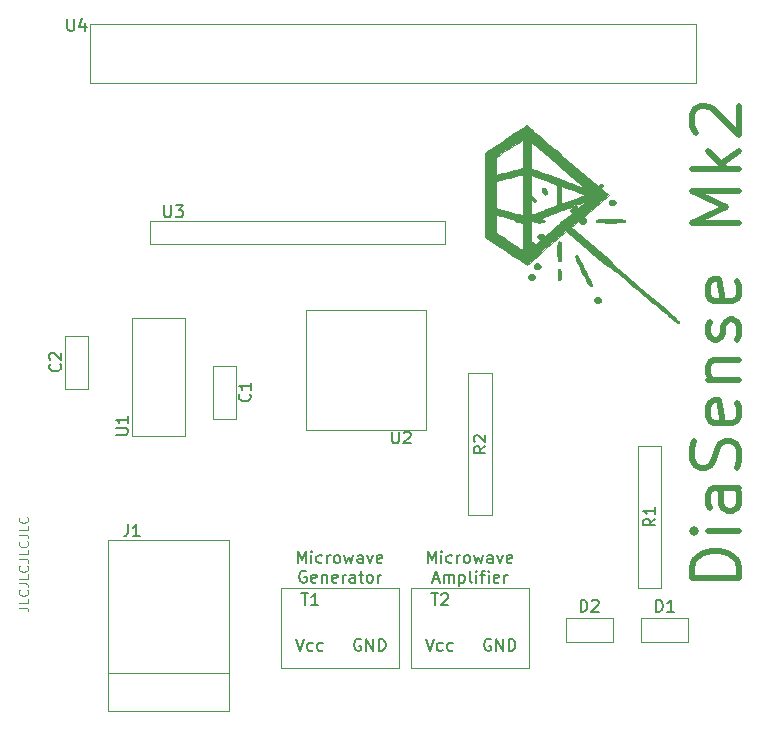
<source format=gbr>
%TF.GenerationSoftware,KiCad,Pcbnew,(5.1.6)-1*%
%TF.CreationDate,2020-10-24T11:46:20+02:00*%
%TF.ProjectId,DiaSense,44696153-656e-4736-952e-6b696361645f,rev?*%
%TF.SameCoordinates,Original*%
%TF.FileFunction,Legend,Top*%
%TF.FilePolarity,Positive*%
%FSLAX46Y46*%
G04 Gerber Fmt 4.6, Leading zero omitted, Abs format (unit mm)*
G04 Created by KiCad (PCBNEW (5.1.6)-1) date 2020-10-24 11:46:20*
%MOMM*%
%LPD*%
G01*
G04 APERTURE LIST*
%ADD10C,0.150000*%
%ADD11C,0.100000*%
%ADD12C,0.500000*%
%ADD13C,0.120000*%
%ADD14C,0.010000*%
G04 APERTURE END LIST*
D10*
X135452380Y-90627380D02*
X135452380Y-89627380D01*
X135785714Y-90341666D01*
X136119047Y-89627380D01*
X136119047Y-90627380D01*
X136595238Y-90627380D02*
X136595238Y-89960714D01*
X136595238Y-89627380D02*
X136547619Y-89675000D01*
X136595238Y-89722619D01*
X136642857Y-89675000D01*
X136595238Y-89627380D01*
X136595238Y-89722619D01*
X137500000Y-90579761D02*
X137404761Y-90627380D01*
X137214285Y-90627380D01*
X137119047Y-90579761D01*
X137071428Y-90532142D01*
X137023809Y-90436904D01*
X137023809Y-90151190D01*
X137071428Y-90055952D01*
X137119047Y-90008333D01*
X137214285Y-89960714D01*
X137404761Y-89960714D01*
X137500000Y-90008333D01*
X137928571Y-90627380D02*
X137928571Y-89960714D01*
X137928571Y-90151190D02*
X137976190Y-90055952D01*
X138023809Y-90008333D01*
X138119047Y-89960714D01*
X138214285Y-89960714D01*
X138690476Y-90627380D02*
X138595238Y-90579761D01*
X138547619Y-90532142D01*
X138500000Y-90436904D01*
X138500000Y-90151190D01*
X138547619Y-90055952D01*
X138595238Y-90008333D01*
X138690476Y-89960714D01*
X138833333Y-89960714D01*
X138928571Y-90008333D01*
X138976190Y-90055952D01*
X139023809Y-90151190D01*
X139023809Y-90436904D01*
X138976190Y-90532142D01*
X138928571Y-90579761D01*
X138833333Y-90627380D01*
X138690476Y-90627380D01*
X139357142Y-89960714D02*
X139547619Y-90627380D01*
X139738095Y-90151190D01*
X139928571Y-90627380D01*
X140119047Y-89960714D01*
X140928571Y-90627380D02*
X140928571Y-90103571D01*
X140880952Y-90008333D01*
X140785714Y-89960714D01*
X140595238Y-89960714D01*
X140500000Y-90008333D01*
X140928571Y-90579761D02*
X140833333Y-90627380D01*
X140595238Y-90627380D01*
X140500000Y-90579761D01*
X140452380Y-90484523D01*
X140452380Y-90389285D01*
X140500000Y-90294047D01*
X140595238Y-90246428D01*
X140833333Y-90246428D01*
X140928571Y-90198809D01*
X141309523Y-89960714D02*
X141547619Y-90627380D01*
X141785714Y-89960714D01*
X142547619Y-90579761D02*
X142452380Y-90627380D01*
X142261904Y-90627380D01*
X142166666Y-90579761D01*
X142119047Y-90484523D01*
X142119047Y-90103571D01*
X142166666Y-90008333D01*
X142261904Y-89960714D01*
X142452380Y-89960714D01*
X142547619Y-90008333D01*
X142595238Y-90103571D01*
X142595238Y-90198809D01*
X142119047Y-90294047D01*
X135880952Y-91991666D02*
X136357142Y-91991666D01*
X135785714Y-92277380D02*
X136119047Y-91277380D01*
X136452380Y-92277380D01*
X136785714Y-92277380D02*
X136785714Y-91610714D01*
X136785714Y-91705952D02*
X136833333Y-91658333D01*
X136928571Y-91610714D01*
X137071428Y-91610714D01*
X137166666Y-91658333D01*
X137214285Y-91753571D01*
X137214285Y-92277380D01*
X137214285Y-91753571D02*
X137261904Y-91658333D01*
X137357142Y-91610714D01*
X137500000Y-91610714D01*
X137595238Y-91658333D01*
X137642857Y-91753571D01*
X137642857Y-92277380D01*
X138119047Y-91610714D02*
X138119047Y-92610714D01*
X138119047Y-91658333D02*
X138214285Y-91610714D01*
X138404761Y-91610714D01*
X138500000Y-91658333D01*
X138547619Y-91705952D01*
X138595238Y-91801190D01*
X138595238Y-92086904D01*
X138547619Y-92182142D01*
X138500000Y-92229761D01*
X138404761Y-92277380D01*
X138214285Y-92277380D01*
X138119047Y-92229761D01*
X139166666Y-92277380D02*
X139071428Y-92229761D01*
X139023809Y-92134523D01*
X139023809Y-91277380D01*
X139547619Y-92277380D02*
X139547619Y-91610714D01*
X139547619Y-91277380D02*
X139500000Y-91325000D01*
X139547619Y-91372619D01*
X139595238Y-91325000D01*
X139547619Y-91277380D01*
X139547619Y-91372619D01*
X139880952Y-91610714D02*
X140261904Y-91610714D01*
X140023809Y-92277380D02*
X140023809Y-91420238D01*
X140071428Y-91325000D01*
X140166666Y-91277380D01*
X140261904Y-91277380D01*
X140595238Y-92277380D02*
X140595238Y-91610714D01*
X140595238Y-91277380D02*
X140547619Y-91325000D01*
X140595238Y-91372619D01*
X140642857Y-91325000D01*
X140595238Y-91277380D01*
X140595238Y-91372619D01*
X141452380Y-92229761D02*
X141357142Y-92277380D01*
X141166666Y-92277380D01*
X141071428Y-92229761D01*
X141023809Y-92134523D01*
X141023809Y-91753571D01*
X141071428Y-91658333D01*
X141166666Y-91610714D01*
X141357142Y-91610714D01*
X141452380Y-91658333D01*
X141500000Y-91753571D01*
X141500000Y-91848809D01*
X141023809Y-91944047D01*
X141928571Y-92277380D02*
X141928571Y-91610714D01*
X141928571Y-91801190D02*
X141976190Y-91705952D01*
X142023809Y-91658333D01*
X142119047Y-91610714D01*
X142214285Y-91610714D01*
X124452380Y-90627380D02*
X124452380Y-89627380D01*
X124785714Y-90341666D01*
X125119047Y-89627380D01*
X125119047Y-90627380D01*
X125595238Y-90627380D02*
X125595238Y-89960714D01*
X125595238Y-89627380D02*
X125547619Y-89675000D01*
X125595238Y-89722619D01*
X125642857Y-89675000D01*
X125595238Y-89627380D01*
X125595238Y-89722619D01*
X126500000Y-90579761D02*
X126404761Y-90627380D01*
X126214285Y-90627380D01*
X126119047Y-90579761D01*
X126071428Y-90532142D01*
X126023809Y-90436904D01*
X126023809Y-90151190D01*
X126071428Y-90055952D01*
X126119047Y-90008333D01*
X126214285Y-89960714D01*
X126404761Y-89960714D01*
X126500000Y-90008333D01*
X126928571Y-90627380D02*
X126928571Y-89960714D01*
X126928571Y-90151190D02*
X126976190Y-90055952D01*
X127023809Y-90008333D01*
X127119047Y-89960714D01*
X127214285Y-89960714D01*
X127690476Y-90627380D02*
X127595238Y-90579761D01*
X127547619Y-90532142D01*
X127500000Y-90436904D01*
X127500000Y-90151190D01*
X127547619Y-90055952D01*
X127595238Y-90008333D01*
X127690476Y-89960714D01*
X127833333Y-89960714D01*
X127928571Y-90008333D01*
X127976190Y-90055952D01*
X128023809Y-90151190D01*
X128023809Y-90436904D01*
X127976190Y-90532142D01*
X127928571Y-90579761D01*
X127833333Y-90627380D01*
X127690476Y-90627380D01*
X128357142Y-89960714D02*
X128547619Y-90627380D01*
X128738095Y-90151190D01*
X128928571Y-90627380D01*
X129119047Y-89960714D01*
X129928571Y-90627380D02*
X129928571Y-90103571D01*
X129880952Y-90008333D01*
X129785714Y-89960714D01*
X129595238Y-89960714D01*
X129500000Y-90008333D01*
X129928571Y-90579761D02*
X129833333Y-90627380D01*
X129595238Y-90627380D01*
X129500000Y-90579761D01*
X129452380Y-90484523D01*
X129452380Y-90389285D01*
X129500000Y-90294047D01*
X129595238Y-90246428D01*
X129833333Y-90246428D01*
X129928571Y-90198809D01*
X130309523Y-89960714D02*
X130547619Y-90627380D01*
X130785714Y-89960714D01*
X131547619Y-90579761D02*
X131452380Y-90627380D01*
X131261904Y-90627380D01*
X131166666Y-90579761D01*
X131119047Y-90484523D01*
X131119047Y-90103571D01*
X131166666Y-90008333D01*
X131261904Y-89960714D01*
X131452380Y-89960714D01*
X131547619Y-90008333D01*
X131595238Y-90103571D01*
X131595238Y-90198809D01*
X131119047Y-90294047D01*
X125142857Y-91325000D02*
X125047619Y-91277380D01*
X124904761Y-91277380D01*
X124761904Y-91325000D01*
X124666666Y-91420238D01*
X124619047Y-91515476D01*
X124571428Y-91705952D01*
X124571428Y-91848809D01*
X124619047Y-92039285D01*
X124666666Y-92134523D01*
X124761904Y-92229761D01*
X124904761Y-92277380D01*
X125000000Y-92277380D01*
X125142857Y-92229761D01*
X125190476Y-92182142D01*
X125190476Y-91848809D01*
X125000000Y-91848809D01*
X126000000Y-92229761D02*
X125904761Y-92277380D01*
X125714285Y-92277380D01*
X125619047Y-92229761D01*
X125571428Y-92134523D01*
X125571428Y-91753571D01*
X125619047Y-91658333D01*
X125714285Y-91610714D01*
X125904761Y-91610714D01*
X126000000Y-91658333D01*
X126047619Y-91753571D01*
X126047619Y-91848809D01*
X125571428Y-91944047D01*
X126476190Y-91610714D02*
X126476190Y-92277380D01*
X126476190Y-91705952D02*
X126523809Y-91658333D01*
X126619047Y-91610714D01*
X126761904Y-91610714D01*
X126857142Y-91658333D01*
X126904761Y-91753571D01*
X126904761Y-92277380D01*
X127761904Y-92229761D02*
X127666666Y-92277380D01*
X127476190Y-92277380D01*
X127380952Y-92229761D01*
X127333333Y-92134523D01*
X127333333Y-91753571D01*
X127380952Y-91658333D01*
X127476190Y-91610714D01*
X127666666Y-91610714D01*
X127761904Y-91658333D01*
X127809523Y-91753571D01*
X127809523Y-91848809D01*
X127333333Y-91944047D01*
X128238095Y-92277380D02*
X128238095Y-91610714D01*
X128238095Y-91801190D02*
X128285714Y-91705952D01*
X128333333Y-91658333D01*
X128428571Y-91610714D01*
X128523809Y-91610714D01*
X129285714Y-92277380D02*
X129285714Y-91753571D01*
X129238095Y-91658333D01*
X129142857Y-91610714D01*
X128952380Y-91610714D01*
X128857142Y-91658333D01*
X129285714Y-92229761D02*
X129190476Y-92277380D01*
X128952380Y-92277380D01*
X128857142Y-92229761D01*
X128809523Y-92134523D01*
X128809523Y-92039285D01*
X128857142Y-91944047D01*
X128952380Y-91896428D01*
X129190476Y-91896428D01*
X129285714Y-91848809D01*
X129619047Y-91610714D02*
X130000000Y-91610714D01*
X129761904Y-91277380D02*
X129761904Y-92134523D01*
X129809523Y-92229761D01*
X129904761Y-92277380D01*
X130000000Y-92277380D01*
X130476190Y-92277380D02*
X130380952Y-92229761D01*
X130333333Y-92182142D01*
X130285714Y-92086904D01*
X130285714Y-91801190D01*
X130333333Y-91705952D01*
X130380952Y-91658333D01*
X130476190Y-91610714D01*
X130619047Y-91610714D01*
X130714285Y-91658333D01*
X130761904Y-91705952D01*
X130809523Y-91801190D01*
X130809523Y-92086904D01*
X130761904Y-92182142D01*
X130714285Y-92229761D01*
X130619047Y-92277380D01*
X130476190Y-92277380D01*
X131238095Y-92277380D02*
X131238095Y-91610714D01*
X131238095Y-91801190D02*
X131285714Y-91705952D01*
X131333333Y-91658333D01*
X131428571Y-91610714D01*
X131523809Y-91610714D01*
D11*
X100811904Y-94395238D02*
X101383333Y-94395238D01*
X101497619Y-94433333D01*
X101573809Y-94509523D01*
X101611904Y-94623809D01*
X101611904Y-94700000D01*
X101611904Y-93633333D02*
X101611904Y-94014285D01*
X100811904Y-94014285D01*
X101535714Y-92909523D02*
X101573809Y-92947619D01*
X101611904Y-93061904D01*
X101611904Y-93138095D01*
X101573809Y-93252380D01*
X101497619Y-93328571D01*
X101421428Y-93366666D01*
X101269047Y-93404761D01*
X101154761Y-93404761D01*
X101002380Y-93366666D01*
X100926190Y-93328571D01*
X100850000Y-93252380D01*
X100811904Y-93138095D01*
X100811904Y-93061904D01*
X100850000Y-92947619D01*
X100888095Y-92909523D01*
X100811904Y-92338095D02*
X101383333Y-92338095D01*
X101497619Y-92376190D01*
X101573809Y-92452380D01*
X101611904Y-92566666D01*
X101611904Y-92642857D01*
X101611904Y-91576190D02*
X101611904Y-91957142D01*
X100811904Y-91957142D01*
X101535714Y-90852380D02*
X101573809Y-90890476D01*
X101611904Y-91004761D01*
X101611904Y-91080952D01*
X101573809Y-91195238D01*
X101497619Y-91271428D01*
X101421428Y-91309523D01*
X101269047Y-91347619D01*
X101154761Y-91347619D01*
X101002380Y-91309523D01*
X100926190Y-91271428D01*
X100850000Y-91195238D01*
X100811904Y-91080952D01*
X100811904Y-91004761D01*
X100850000Y-90890476D01*
X100888095Y-90852380D01*
X100811904Y-90280952D02*
X101383333Y-90280952D01*
X101497619Y-90319047D01*
X101573809Y-90395238D01*
X101611904Y-90509523D01*
X101611904Y-90585714D01*
X101611904Y-89519047D02*
X101611904Y-89900000D01*
X100811904Y-89900000D01*
X101535714Y-88795238D02*
X101573809Y-88833333D01*
X101611904Y-88947619D01*
X101611904Y-89023809D01*
X101573809Y-89138095D01*
X101497619Y-89214285D01*
X101421428Y-89252380D01*
X101269047Y-89290476D01*
X101154761Y-89290476D01*
X101002380Y-89252380D01*
X100926190Y-89214285D01*
X100850000Y-89138095D01*
X100811904Y-89023809D01*
X100811904Y-88947619D01*
X100850000Y-88833333D01*
X100888095Y-88795238D01*
X100811904Y-88223809D02*
X101383333Y-88223809D01*
X101497619Y-88261904D01*
X101573809Y-88338095D01*
X101611904Y-88452380D01*
X101611904Y-88528571D01*
X101611904Y-87461904D02*
X101611904Y-87842857D01*
X100811904Y-87842857D01*
X101535714Y-86738095D02*
X101573809Y-86776190D01*
X101611904Y-86890476D01*
X101611904Y-86966666D01*
X101573809Y-87080952D01*
X101497619Y-87157142D01*
X101421428Y-87195238D01*
X101269047Y-87233333D01*
X101154761Y-87233333D01*
X101002380Y-87195238D01*
X100926190Y-87157142D01*
X100850000Y-87080952D01*
X100811904Y-86966666D01*
X100811904Y-86890476D01*
X100850000Y-86776190D01*
X100888095Y-86738095D01*
D12*
X161809523Y-91904761D02*
X157809523Y-91904761D01*
X157809523Y-90952380D01*
X158000000Y-90380952D01*
X158380952Y-90000000D01*
X158761904Y-89809523D01*
X159523809Y-89619047D01*
X160095238Y-89619047D01*
X160857142Y-89809523D01*
X161238095Y-90000000D01*
X161619047Y-90380952D01*
X161809523Y-90952380D01*
X161809523Y-91904761D01*
X161809523Y-87904761D02*
X159142857Y-87904761D01*
X157809523Y-87904761D02*
X158000000Y-88095238D01*
X158190476Y-87904761D01*
X158000000Y-87714285D01*
X157809523Y-87904761D01*
X158190476Y-87904761D01*
X161809523Y-84285714D02*
X159714285Y-84285714D01*
X159333333Y-84476190D01*
X159142857Y-84857142D01*
X159142857Y-85619047D01*
X159333333Y-86000000D01*
X161619047Y-84285714D02*
X161809523Y-84666666D01*
X161809523Y-85619047D01*
X161619047Y-86000000D01*
X161238095Y-86190476D01*
X160857142Y-86190476D01*
X160476190Y-86000000D01*
X160285714Y-85619047D01*
X160285714Y-84666666D01*
X160095238Y-84285714D01*
X161619047Y-82571428D02*
X161809523Y-82000000D01*
X161809523Y-81047619D01*
X161619047Y-80666666D01*
X161428571Y-80476190D01*
X161047619Y-80285714D01*
X160666666Y-80285714D01*
X160285714Y-80476190D01*
X160095238Y-80666666D01*
X159904761Y-81047619D01*
X159714285Y-81809523D01*
X159523809Y-82190476D01*
X159333333Y-82380952D01*
X158952380Y-82571428D01*
X158571428Y-82571428D01*
X158190476Y-82380952D01*
X158000000Y-82190476D01*
X157809523Y-81809523D01*
X157809523Y-80857142D01*
X158000000Y-80285714D01*
X161619047Y-77047619D02*
X161809523Y-77428571D01*
X161809523Y-78190476D01*
X161619047Y-78571428D01*
X161238095Y-78761904D01*
X159714285Y-78761904D01*
X159333333Y-78571428D01*
X159142857Y-78190476D01*
X159142857Y-77428571D01*
X159333333Y-77047619D01*
X159714285Y-76857142D01*
X160095238Y-76857142D01*
X160476190Y-78761904D01*
X159142857Y-75142857D02*
X161809523Y-75142857D01*
X159523809Y-75142857D02*
X159333333Y-74952380D01*
X159142857Y-74571428D01*
X159142857Y-74000000D01*
X159333333Y-73619047D01*
X159714285Y-73428571D01*
X161809523Y-73428571D01*
X161619047Y-71714285D02*
X161809523Y-71333333D01*
X161809523Y-70571428D01*
X161619047Y-70190476D01*
X161238095Y-70000000D01*
X161047619Y-70000000D01*
X160666666Y-70190476D01*
X160476190Y-70571428D01*
X160476190Y-71142857D01*
X160285714Y-71523809D01*
X159904761Y-71714285D01*
X159714285Y-71714285D01*
X159333333Y-71523809D01*
X159142857Y-71142857D01*
X159142857Y-70571428D01*
X159333333Y-70190476D01*
X161619047Y-66761904D02*
X161809523Y-67142857D01*
X161809523Y-67904761D01*
X161619047Y-68285714D01*
X161238095Y-68476190D01*
X159714285Y-68476190D01*
X159333333Y-68285714D01*
X159142857Y-67904761D01*
X159142857Y-67142857D01*
X159333333Y-66761904D01*
X159714285Y-66571428D01*
X160095238Y-66571428D01*
X160476190Y-68476190D01*
X161809523Y-61809523D02*
X157809523Y-61809523D01*
X160666666Y-60476190D01*
X157809523Y-59142857D01*
X161809523Y-59142857D01*
X161809523Y-57238095D02*
X157809523Y-57238095D01*
X160285714Y-56857142D02*
X161809523Y-55714285D01*
X159142857Y-55714285D02*
X160666666Y-57238095D01*
X158190476Y-54190476D02*
X158000000Y-54000000D01*
X157809523Y-53619047D01*
X157809523Y-52666666D01*
X158000000Y-52285714D01*
X158190476Y-52095238D01*
X158571428Y-51904761D01*
X158952380Y-51904761D01*
X159523809Y-52095238D01*
X161809523Y-54380952D01*
X161809523Y-51904761D01*
D13*
%TO.C,T1*%
X123000000Y-92750000D02*
X133000000Y-92750000D01*
X123000000Y-99500000D02*
X133000000Y-99500000D01*
X123000000Y-99500000D02*
X123000000Y-92750000D01*
X133000000Y-92750000D02*
X133000000Y-99500000D01*
%TO.C,T2*%
X134000000Y-92750000D02*
X144000000Y-92750000D01*
X134000000Y-99500000D02*
X144000000Y-99500000D01*
X134000000Y-99500000D02*
X134000000Y-92750000D01*
X144000000Y-92750000D02*
X144000000Y-99500000D01*
%TO.C,R1*%
X155230000Y-80750000D02*
X153230000Y-80750000D01*
X155230000Y-92750000D02*
X155230000Y-80750000D01*
X153230000Y-92750000D02*
X155230000Y-92750000D01*
X153230000Y-80750000D02*
X153230000Y-92750000D01*
%TO.C,D1*%
X153500000Y-95300000D02*
X153500000Y-97300000D01*
X153500000Y-97300000D02*
X157500000Y-97300000D01*
X157500000Y-97300000D02*
X157500000Y-95300000D01*
X157500000Y-95300000D02*
X153500000Y-95300000D01*
%TO.C,J1*%
X108400000Y-99950000D02*
X118650000Y-99950000D01*
X108400000Y-103150000D02*
X118650000Y-103150000D01*
X108400000Y-88650000D02*
X118650000Y-88650000D01*
X108400000Y-88650000D02*
X108400000Y-103150000D01*
X118650000Y-88650000D02*
X118650000Y-103150000D01*
D14*
%TO.C,G\u002A\u002A\u002A*%
G36*
X145126905Y-58925407D02*
G01*
X145159893Y-58888038D01*
X145250428Y-58858142D01*
X145339651Y-58894233D01*
X145424529Y-58994583D01*
X145459935Y-59059094D01*
X145523045Y-59213957D01*
X145543813Y-59330821D01*
X145520785Y-59401056D01*
X145518030Y-59403555D01*
X145460749Y-59421509D01*
X145400087Y-59426133D01*
X145334170Y-59410059D01*
X145276355Y-59352820D01*
X145224414Y-59265266D01*
X145150106Y-59108680D01*
X145118167Y-58998693D01*
X145126905Y-58925407D01*
G37*
X145126905Y-58925407D02*
X145159893Y-58888038D01*
X145250428Y-58858142D01*
X145339651Y-58894233D01*
X145424529Y-58994583D01*
X145459935Y-59059094D01*
X145523045Y-59213957D01*
X145543813Y-59330821D01*
X145520785Y-59401056D01*
X145518030Y-59403555D01*
X145460749Y-59421509D01*
X145400087Y-59426133D01*
X145334170Y-59410059D01*
X145276355Y-59352820D01*
X145224414Y-59265266D01*
X145150106Y-59108680D01*
X145118167Y-58998693D01*
X145126905Y-58925407D01*
G36*
X147519324Y-60715387D02*
G01*
X147588767Y-60627743D01*
X147696146Y-60531070D01*
X147839723Y-60428131D01*
X147955984Y-60379664D01*
X148039948Y-60386362D01*
X148086637Y-60448918D01*
X148092279Y-60476000D01*
X148081409Y-60540777D01*
X148024922Y-60617681D01*
X147913000Y-60720021D01*
X147911191Y-60721533D01*
X147779917Y-60822070D01*
X147682896Y-60871761D01*
X147607713Y-60874735D01*
X147549497Y-60841760D01*
X147507773Y-60783464D01*
X147519324Y-60715387D01*
G37*
X147519324Y-60715387D02*
X147588767Y-60627743D01*
X147696146Y-60531070D01*
X147839723Y-60428131D01*
X147955984Y-60379664D01*
X148039948Y-60386362D01*
X148086637Y-60448918D01*
X148092279Y-60476000D01*
X148081409Y-60540777D01*
X148024922Y-60617681D01*
X147913000Y-60720021D01*
X147911191Y-60721533D01*
X147779917Y-60822070D01*
X147682896Y-60871761D01*
X147607713Y-60874735D01*
X147549497Y-60841760D01*
X147507773Y-60783464D01*
X147519324Y-60715387D01*
G36*
X143964741Y-66350879D02*
G01*
X144012660Y-66256145D01*
X144097194Y-66184057D01*
X144210844Y-66149045D01*
X144346108Y-66165540D01*
X144354002Y-66168221D01*
X144474991Y-66242640D01*
X144533420Y-66351835D01*
X144523890Y-66483271D01*
X144507395Y-66524280D01*
X144447662Y-66587213D01*
X144354279Y-66637015D01*
X144252160Y-66661099D01*
X144160096Y-66644625D01*
X144115699Y-66626650D01*
X144008759Y-66550563D01*
X143960941Y-66453829D01*
X143964741Y-66350879D01*
G37*
X143964741Y-66350879D02*
X144012660Y-66256145D01*
X144097194Y-66184057D01*
X144210844Y-66149045D01*
X144346108Y-66165540D01*
X144354002Y-66168221D01*
X144474991Y-66242640D01*
X144533420Y-66351835D01*
X144523890Y-66483271D01*
X144507395Y-66524280D01*
X144447662Y-66587213D01*
X144354279Y-66637015D01*
X144252160Y-66661099D01*
X144160096Y-66644625D01*
X144115699Y-66626650D01*
X144008759Y-66550563D01*
X143960941Y-66453829D01*
X143964741Y-66350879D01*
G36*
X144444635Y-65377312D02*
G01*
X144526404Y-65291808D01*
X144639172Y-65242966D01*
X144763699Y-65234914D01*
X144880746Y-65271781D01*
X144971074Y-65357696D01*
X144980354Y-65373616D01*
X145020138Y-65473777D01*
X145006139Y-65553613D01*
X144942699Y-65636099D01*
X144835578Y-65706386D01*
X144708483Y-65726854D01*
X144582671Y-65703153D01*
X144479399Y-65640933D01*
X144419922Y-65545843D01*
X144413103Y-65495349D01*
X144444635Y-65377312D01*
G37*
X144444635Y-65377312D02*
X144526404Y-65291808D01*
X144639172Y-65242966D01*
X144763699Y-65234914D01*
X144880746Y-65271781D01*
X144971074Y-65357696D01*
X144980354Y-65373616D01*
X145020138Y-65473777D01*
X145006139Y-65553613D01*
X144942699Y-65636099D01*
X144835578Y-65706386D01*
X144708483Y-65726854D01*
X144582671Y-65703153D01*
X144479399Y-65640933D01*
X144419922Y-65545843D01*
X144413103Y-65495349D01*
X144444635Y-65377312D01*
G36*
X146423130Y-63960972D02*
G01*
X146429053Y-63775607D01*
X146438173Y-63618433D01*
X146450490Y-63501433D01*
X146466004Y-63436591D01*
X146471195Y-63429173D01*
X146561859Y-63390901D01*
X146653361Y-63408977D01*
X146701425Y-63454040D01*
X146715154Y-63509669D01*
X146726012Y-63620171D01*
X146734014Y-63773068D01*
X146739174Y-63955887D01*
X146741506Y-64156150D01*
X146741025Y-64361382D01*
X146737744Y-64559109D01*
X146731679Y-64736853D01*
X146722843Y-64882139D01*
X146711251Y-64982492D01*
X146699631Y-65022600D01*
X146625381Y-65074015D01*
X146530354Y-65073036D01*
X146471195Y-65041227D01*
X146454737Y-64994072D01*
X146441476Y-64891222D01*
X146431412Y-64744661D01*
X146424546Y-64566371D01*
X146420877Y-64368337D01*
X146420405Y-64162543D01*
X146423130Y-63960972D01*
G37*
X146423130Y-63960972D02*
X146429053Y-63775607D01*
X146438173Y-63618433D01*
X146450490Y-63501433D01*
X146466004Y-63436591D01*
X146471195Y-63429173D01*
X146561859Y-63390901D01*
X146653361Y-63408977D01*
X146701425Y-63454040D01*
X146715154Y-63509669D01*
X146726012Y-63620171D01*
X146734014Y-63773068D01*
X146739174Y-63955887D01*
X146741506Y-64156150D01*
X146741025Y-64361382D01*
X146737744Y-64559109D01*
X146731679Y-64736853D01*
X146722843Y-64882139D01*
X146711251Y-64982492D01*
X146699631Y-65022600D01*
X146625381Y-65074015D01*
X146530354Y-65073036D01*
X146471195Y-65041227D01*
X146454737Y-64994072D01*
X146441476Y-64891222D01*
X146431412Y-64744661D01*
X146424546Y-64566371D01*
X146420877Y-64368337D01*
X146420405Y-64162543D01*
X146423130Y-63960972D01*
G36*
X146431950Y-66177730D02*
G01*
X146437285Y-66007622D01*
X146443984Y-65893545D01*
X146455128Y-65823814D01*
X146473794Y-65786743D01*
X146503062Y-65770645D01*
X146540844Y-65764450D01*
X146622296Y-65767014D01*
X146679560Y-65802883D01*
X146716282Y-65880293D01*
X146736111Y-66007484D01*
X146742694Y-66192691D01*
X146742767Y-66220454D01*
X146739858Y-66390511D01*
X146729824Y-66505455D01*
X146710709Y-66577764D01*
X146680552Y-66619917D01*
X146680009Y-66620381D01*
X146607452Y-66663511D01*
X146565088Y-66673600D01*
X146506667Y-66661808D01*
X146466413Y-66620474D01*
X146441927Y-66540658D01*
X146430809Y-66413421D01*
X146430659Y-66229824D01*
X146431950Y-66177730D01*
G37*
X146431950Y-66177730D02*
X146437285Y-66007622D01*
X146443984Y-65893545D01*
X146455128Y-65823814D01*
X146473794Y-65786743D01*
X146503062Y-65770645D01*
X146540844Y-65764450D01*
X146622296Y-65767014D01*
X146679560Y-65802883D01*
X146716282Y-65880293D01*
X146736111Y-66007484D01*
X146742694Y-66192691D01*
X146742767Y-66220454D01*
X146739858Y-66390511D01*
X146729824Y-66505455D01*
X146710709Y-66577764D01*
X146680552Y-66619917D01*
X146680009Y-66620381D01*
X146607452Y-66663511D01*
X146565088Y-66673600D01*
X146506667Y-66661808D01*
X146466413Y-66620474D01*
X146441927Y-66540658D01*
X146430809Y-66413421D01*
X146430659Y-66229824D01*
X146431950Y-66177730D01*
G36*
X147919093Y-64630652D02*
G01*
X147938494Y-64603816D01*
X147970963Y-64589195D01*
X148014705Y-64581769D01*
X148031633Y-64580011D01*
X148107903Y-64582075D01*
X148158547Y-64617960D01*
X148204650Y-64698544D01*
X148234632Y-64759986D01*
X148291426Y-64875623D01*
X148370958Y-65037186D01*
X148469152Y-65236407D01*
X148581934Y-65465015D01*
X148705228Y-65714744D01*
X148802813Y-65912276D01*
X148954373Y-66220234D01*
X149076576Y-66471976D01*
X149171843Y-66673428D01*
X149242594Y-66830516D01*
X149291250Y-66949165D01*
X149320232Y-67035303D01*
X149331959Y-67094855D01*
X149328854Y-67133747D01*
X149313335Y-67157906D01*
X149312055Y-67159022D01*
X149236349Y-67181461D01*
X149143683Y-67158896D01*
X149090689Y-67122333D01*
X149059237Y-67075866D01*
X149002189Y-66975809D01*
X148924342Y-66831215D01*
X148830491Y-66651132D01*
X148725432Y-66444611D01*
X148628544Y-66250266D01*
X148449602Y-65887567D01*
X148299875Y-65582267D01*
X148177568Y-65329347D01*
X148080889Y-65123787D01*
X148008042Y-64960565D01*
X147957233Y-64834661D01*
X147926668Y-64741054D01*
X147914552Y-64674725D01*
X147919093Y-64630652D01*
G37*
X147919093Y-64630652D02*
X147938494Y-64603816D01*
X147970963Y-64589195D01*
X148014705Y-64581769D01*
X148031633Y-64580011D01*
X148107903Y-64582075D01*
X148158547Y-64617960D01*
X148204650Y-64698544D01*
X148234632Y-64759986D01*
X148291426Y-64875623D01*
X148370958Y-65037186D01*
X148469152Y-65236407D01*
X148581934Y-65465015D01*
X148705228Y-65714744D01*
X148802813Y-65912276D01*
X148954373Y-66220234D01*
X149076576Y-66471976D01*
X149171843Y-66673428D01*
X149242594Y-66830516D01*
X149291250Y-66949165D01*
X149320232Y-67035303D01*
X149331959Y-67094855D01*
X149328854Y-67133747D01*
X149313335Y-67157906D01*
X149312055Y-67159022D01*
X149236349Y-67181461D01*
X149143683Y-67158896D01*
X149090689Y-67122333D01*
X149059237Y-67075866D01*
X149002189Y-66975809D01*
X148924342Y-66831215D01*
X148830491Y-66651132D01*
X148725432Y-66444611D01*
X148628544Y-66250266D01*
X148449602Y-65887567D01*
X148299875Y-65582267D01*
X148177568Y-65329347D01*
X148080889Y-65123787D01*
X148008042Y-64960565D01*
X147957233Y-64834661D01*
X147926668Y-64741054D01*
X147914552Y-64674725D01*
X147919093Y-64630652D01*
G36*
X149558119Y-68267276D02*
G01*
X149627119Y-68185767D01*
X149702608Y-68144829D01*
X149843738Y-68112488D01*
X149968351Y-68134615D01*
X150065692Y-68198121D01*
X150125007Y-68289918D01*
X150135543Y-68396916D01*
X150086547Y-68506026D01*
X150039394Y-68554739D01*
X149942061Y-68612494D01*
X149841512Y-68637818D01*
X149837893Y-68637867D01*
X149724428Y-68609024D01*
X149620109Y-68537224D01*
X149551435Y-68444557D01*
X149538365Y-68388176D01*
X149558119Y-68267276D01*
G37*
X149558119Y-68267276D02*
X149627119Y-68185767D01*
X149702608Y-68144829D01*
X149843738Y-68112488D01*
X149968351Y-68134615D01*
X150065692Y-68198121D01*
X150125007Y-68289918D01*
X150135543Y-68396916D01*
X150086547Y-68506026D01*
X150039394Y-68554739D01*
X149942061Y-68612494D01*
X149841512Y-68637818D01*
X149837893Y-68637867D01*
X149724428Y-68609024D01*
X149620109Y-68537224D01*
X149551435Y-68444557D01*
X149538365Y-68388176D01*
X149558119Y-68267276D01*
G36*
X150801323Y-59983789D02*
G01*
X150885833Y-59902491D01*
X151007590Y-59858493D01*
X151055975Y-59855111D01*
X151186363Y-59882337D01*
X151287906Y-59952329D01*
X151346229Y-60047552D01*
X151346956Y-60150475D01*
X151329029Y-60188133D01*
X151225618Y-60291407D01*
X151094094Y-60338469D01*
X150952369Y-60325926D01*
X150854058Y-60278077D01*
X150777158Y-60188922D01*
X150762339Y-60085046D01*
X150801323Y-59983789D01*
G37*
X150801323Y-59983789D02*
X150885833Y-59902491D01*
X151007590Y-59858493D01*
X151055975Y-59855111D01*
X151186363Y-59882337D01*
X151287906Y-59952329D01*
X151346229Y-60047552D01*
X151346956Y-60150475D01*
X151329029Y-60188133D01*
X151225618Y-60291407D01*
X151094094Y-60338469D01*
X150952369Y-60325926D01*
X150854058Y-60278077D01*
X150777158Y-60188922D01*
X150762339Y-60085046D01*
X150801323Y-59983789D01*
G36*
X149682284Y-61601683D02*
G01*
X149735425Y-61560925D01*
X149800654Y-61549847D01*
X149939545Y-61540642D01*
X150145908Y-61533496D01*
X150413557Y-61528597D01*
X150736302Y-61526132D01*
X150896227Y-61525866D01*
X151241528Y-61527187D01*
X151534491Y-61531025D01*
X151768925Y-61537192D01*
X151938644Y-61545503D01*
X152037459Y-61555769D01*
X152057028Y-61560925D01*
X152121920Y-61624166D01*
X152121530Y-61719828D01*
X152107827Y-61754466D01*
X152063397Y-61767163D01*
X151951230Y-61777810D01*
X151783425Y-61786398D01*
X151572085Y-61792918D01*
X151329310Y-61797363D01*
X151067199Y-61799723D01*
X150797855Y-61799991D01*
X150533377Y-61798157D01*
X150285866Y-61794213D01*
X150067424Y-61788150D01*
X149890149Y-61779961D01*
X149766144Y-61769636D01*
X149707508Y-61757167D01*
X149706101Y-61756160D01*
X149660969Y-61679277D01*
X149682284Y-61601683D01*
G37*
X149682284Y-61601683D02*
X149735425Y-61560925D01*
X149800654Y-61549847D01*
X149939545Y-61540642D01*
X150145908Y-61533496D01*
X150413557Y-61528597D01*
X150736302Y-61526132D01*
X150896227Y-61525866D01*
X151241528Y-61527187D01*
X151534491Y-61531025D01*
X151768925Y-61537192D01*
X151938644Y-61545503D01*
X152037459Y-61555769D01*
X152057028Y-61560925D01*
X152121920Y-61624166D01*
X152121530Y-61719828D01*
X152107827Y-61754466D01*
X152063397Y-61767163D01*
X151951230Y-61777810D01*
X151783425Y-61786398D01*
X151572085Y-61792918D01*
X151329310Y-61797363D01*
X151067199Y-61799723D01*
X150797855Y-61799991D01*
X150533377Y-61798157D01*
X150285866Y-61794213D01*
X150067424Y-61788150D01*
X149890149Y-61779961D01*
X149766144Y-61769636D01*
X149707508Y-61757167D01*
X149706101Y-61756160D01*
X149660969Y-61679277D01*
X149682284Y-61601683D01*
G36*
X140642374Y-55666271D02*
G01*
X140760230Y-55589441D01*
X140896190Y-55500193D01*
X141055404Y-55395099D01*
X141243020Y-55270731D01*
X141464188Y-55123664D01*
X141724057Y-54950470D01*
X142027778Y-54747722D01*
X142380498Y-54511993D01*
X142787369Y-54239857D01*
X143081067Y-54043324D01*
X143285740Y-53906821D01*
X143468868Y-53785600D01*
X143621387Y-53685585D01*
X143734231Y-53612702D01*
X143798335Y-53572878D01*
X143809429Y-53567200D01*
X143839350Y-53590659D01*
X143922002Y-53658965D01*
X144053705Y-53769011D01*
X144230780Y-53917691D01*
X144449548Y-54101899D01*
X144706328Y-54318528D01*
X144997442Y-54564472D01*
X145319210Y-54836623D01*
X145667953Y-55131876D01*
X146039990Y-55447124D01*
X146431643Y-55779261D01*
X146839233Y-56125180D01*
X146841808Y-56127366D01*
X149857238Y-58687533D01*
X149982310Y-58598288D01*
X150067786Y-58543384D01*
X150125659Y-58530210D01*
X150185026Y-58552791D01*
X150190103Y-58555620D01*
X150266513Y-58611261D01*
X150279330Y-58667880D01*
X150229098Y-58743109D01*
X150196951Y-58776870D01*
X150093427Y-58881200D01*
X150441623Y-59173165D01*
X150789820Y-59465131D01*
X149635184Y-60444699D01*
X149332752Y-60702262D01*
X149084879Y-60915652D01*
X148888543Y-61087638D01*
X148740724Y-61220991D01*
X148638400Y-61318480D01*
X148578551Y-61382875D01*
X148558156Y-61416946D01*
X148566882Y-61424266D01*
X148707038Y-61443957D01*
X148804076Y-61511711D01*
X148844089Y-61567315D01*
X148882915Y-61654492D01*
X148872371Y-61733286D01*
X148857103Y-61767705D01*
X148770884Y-61873801D01*
X148654270Y-61927656D01*
X148526013Y-61930421D01*
X148404868Y-61883247D01*
X148309587Y-61787286D01*
X148281664Y-61732385D01*
X148239634Y-61626529D01*
X147921082Y-61898255D01*
X147602531Y-62169980D01*
X149285141Y-63600523D01*
X149589422Y-63859820D01*
X149877468Y-64106439D01*
X150144197Y-64335953D01*
X150384525Y-64543933D01*
X150593370Y-64725950D01*
X150765650Y-64877576D01*
X150896282Y-64994382D01*
X150980183Y-65071940D01*
X151011863Y-65105040D01*
X151047217Y-65189191D01*
X151055975Y-65240596D01*
X151083902Y-65273817D01*
X151165785Y-65352186D01*
X151298781Y-65473229D01*
X151480045Y-65634473D01*
X151706732Y-65833445D01*
X151975999Y-66067671D01*
X152285001Y-66334678D01*
X152630894Y-66631994D01*
X153010833Y-66957144D01*
X153421973Y-67307656D01*
X153861472Y-67681057D01*
X153911478Y-67723466D01*
X154383865Y-68124189D01*
X154802665Y-68479942D01*
X155170929Y-68793516D01*
X155491711Y-69067699D01*
X155768062Y-69305281D01*
X156003036Y-69509052D01*
X156199684Y-69681801D01*
X156361060Y-69826317D01*
X156490214Y-69945389D01*
X156590200Y-70041807D01*
X156664070Y-70118361D01*
X156714876Y-70177840D01*
X156745671Y-70223033D01*
X156759507Y-70256729D01*
X156759436Y-70281719D01*
X156748512Y-70300791D01*
X156740357Y-70308622D01*
X156720038Y-70321368D01*
X156694311Y-70326145D01*
X156659887Y-70320366D01*
X156613477Y-70301441D01*
X156551791Y-70266782D01*
X156471539Y-70213801D01*
X156369433Y-70139910D01*
X156242182Y-70042519D01*
X156086499Y-69919042D01*
X155899092Y-69766888D01*
X155676673Y-69583471D01*
X155415953Y-69366200D01*
X155113641Y-69112489D01*
X154766449Y-68819749D01*
X154371088Y-68485390D01*
X153924267Y-68106825D01*
X153691824Y-67909733D01*
X153206506Y-67498480D01*
X152774495Y-67133141D01*
X152392991Y-66811421D01*
X152059195Y-66531025D01*
X151770306Y-66289658D01*
X151523525Y-66085026D01*
X151316052Y-65914834D01*
X151145088Y-65776786D01*
X151007832Y-65668588D01*
X150901485Y-65587945D01*
X150823247Y-65532562D01*
X150770319Y-65500144D01*
X150739900Y-65488396D01*
X150737640Y-65488266D01*
X150704477Y-65478218D01*
X150648364Y-65446137D01*
X150565684Y-65389126D01*
X150452819Y-65304285D01*
X150306153Y-65188712D01*
X150122066Y-65039510D01*
X149896943Y-64853777D01*
X149627165Y-64628614D01*
X149309115Y-64361121D01*
X148939176Y-64048399D01*
X148900038Y-64015247D01*
X147161326Y-62542227D01*
X145488356Y-63961207D01*
X144146191Y-65099604D01*
X144146191Y-63946936D01*
X144188518Y-63923606D01*
X144270456Y-63864891D01*
X144387359Y-63773544D01*
X144534581Y-63652319D01*
X144583002Y-63611357D01*
X144995143Y-63260668D01*
X144881944Y-63214534D01*
X144774129Y-63139218D01*
X144724822Y-63037387D01*
X144732153Y-62926871D01*
X144794251Y-62825495D01*
X144909246Y-62751087D01*
X144931403Y-62743205D01*
X145061160Y-62734179D01*
X145188170Y-62777969D01*
X145281379Y-62863600D01*
X145320449Y-62923328D01*
X145336400Y-62946645D01*
X145368263Y-62931611D01*
X145445009Y-62875105D01*
X145557214Y-62785324D01*
X145695450Y-62670461D01*
X145850292Y-62538713D01*
X146012314Y-62398274D01*
X146172090Y-62257341D01*
X146320194Y-62124107D01*
X146447199Y-62006768D01*
X146543681Y-61913520D01*
X146600212Y-61852558D01*
X146608808Y-61840378D01*
X146674094Y-61760322D01*
X146750083Y-61711521D01*
X146756606Y-61709602D01*
X146801070Y-61682370D01*
X146892812Y-61614401D01*
X147023750Y-61512407D01*
X147185802Y-61383095D01*
X147370886Y-61233175D01*
X147570921Y-61069357D01*
X147777825Y-60898349D01*
X147983515Y-60726861D01*
X148179912Y-60561603D01*
X148358931Y-60409283D01*
X148512493Y-60276610D01*
X148632515Y-60170294D01*
X148710915Y-60097045D01*
X148739611Y-60063570D01*
X148739623Y-60063354D01*
X148706014Y-60064311D01*
X148616328Y-60088413D01*
X148487269Y-60130910D01*
X148430110Y-60151357D01*
X148303891Y-60197832D01*
X148119579Y-60266196D01*
X147892100Y-60350886D01*
X147636383Y-60446342D01*
X147367354Y-60547002D01*
X147222013Y-60601483D01*
X146909620Y-60718072D01*
X146742767Y-60779863D01*
X146742767Y-60203390D01*
X146832626Y-60173848D01*
X146895599Y-60151798D01*
X147019311Y-60107369D01*
X147191214Y-60045109D01*
X147398756Y-59969565D01*
X147629386Y-59885288D01*
X147681289Y-59866278D01*
X147920338Y-59778815D01*
X148143782Y-59697291D01*
X148337779Y-59626740D01*
X148488492Y-59572192D01*
X148582079Y-59538679D01*
X148591244Y-59535460D01*
X148677419Y-59497934D01*
X148714035Y-59466493D01*
X148711055Y-59458609D01*
X148699686Y-59453045D01*
X148699686Y-58876691D01*
X148706296Y-58871654D01*
X148682040Y-58841720D01*
X148624420Y-58784707D01*
X148530938Y-58698431D01*
X148399097Y-58580708D01*
X148226397Y-58429356D01*
X148010342Y-58242192D01*
X147748433Y-58017031D01*
X147438172Y-57751691D01*
X147077062Y-57443989D01*
X146662603Y-57091741D01*
X146483424Y-56939662D01*
X146182699Y-56684721D01*
X145885352Y-56433052D01*
X145598808Y-56190910D01*
X145330492Y-55964553D01*
X145087828Y-55760238D01*
X144878241Y-55584221D01*
X144709155Y-55442760D01*
X144587996Y-55342111D01*
X144575107Y-55331489D01*
X144146856Y-54979112D01*
X144146856Y-57214525D01*
X144296620Y-57266742D01*
X144427440Y-57313046D01*
X144620981Y-57382489D01*
X144866702Y-57471226D01*
X145154064Y-57575412D01*
X145472524Y-57691203D01*
X145811543Y-57814753D01*
X146160579Y-57942218D01*
X146509092Y-58069751D01*
X146846540Y-58193509D01*
X147162384Y-58309647D01*
X147446083Y-58414319D01*
X147661321Y-58494095D01*
X147924099Y-58591654D01*
X148164690Y-58680741D01*
X148372842Y-58757581D01*
X148538305Y-58818394D01*
X148650827Y-58859406D01*
X148699686Y-58876691D01*
X148699686Y-59453045D01*
X148662720Y-59434951D01*
X148559323Y-59391623D01*
X148418990Y-59336087D01*
X148340252Y-59305928D01*
X148182950Y-59246991D01*
X147974310Y-59169766D01*
X147736524Y-59082419D01*
X147491785Y-58993116D01*
X147371777Y-58949571D01*
X146742767Y-58721833D01*
X146742767Y-60203390D01*
X146742767Y-60779863D01*
X146562985Y-60846443D01*
X146207801Y-60977146D01*
X145869757Y-61100734D01*
X145574546Y-61207756D01*
X145530132Y-61223744D01*
X145271165Y-61317341D01*
X145079090Y-61388353D01*
X144946941Y-61439984D01*
X144867751Y-61475439D01*
X144834554Y-61497920D01*
X144840383Y-61510632D01*
X144878273Y-61516779D01*
X144891139Y-61517621D01*
X145087074Y-61532931D01*
X145216265Y-61554803D01*
X145291756Y-61586615D01*
X145326049Y-61630268D01*
X145337450Y-61698970D01*
X145305554Y-61746725D01*
X145221324Y-61776781D01*
X145075727Y-61792389D01*
X144863098Y-61796800D01*
X144679569Y-61795365D01*
X144558977Y-61789328D01*
X144484423Y-61776093D01*
X144439004Y-61753065D01*
X144413884Y-61727794D01*
X144362104Y-61681769D01*
X144300197Y-61682658D01*
X144251871Y-61699363D01*
X144164833Y-61732992D01*
X144164833Y-61153333D01*
X144205490Y-61140384D01*
X144309666Y-61103886D01*
X144467665Y-61047365D01*
X144669792Y-60974347D01*
X144906350Y-60888357D01*
X145167642Y-60792922D01*
X145443973Y-60691566D01*
X145725646Y-60587816D01*
X146002966Y-60485198D01*
X146034544Y-60473479D01*
X146424591Y-60328678D01*
X146413946Y-59465029D01*
X146403302Y-58601379D01*
X146003931Y-58450603D01*
X145834005Y-58386810D01*
X145611780Y-58303908D01*
X145358256Y-58209705D01*
X145094434Y-58112004D01*
X144885692Y-58034957D01*
X144166824Y-57770086D01*
X144145424Y-59440020D01*
X144385763Y-59645654D01*
X144519172Y-59766111D01*
X144595805Y-59854126D01*
X144621153Y-59919678D01*
X144600713Y-59972745D01*
X144578176Y-59995093D01*
X144511481Y-60030520D01*
X144434611Y-60020605D01*
X144331156Y-59961702D01*
X144288025Y-59930625D01*
X144146856Y-59825517D01*
X144146856Y-60489425D01*
X144147726Y-60693131D01*
X144150154Y-60871545D01*
X144153861Y-61014427D01*
X144158570Y-61111536D01*
X144164004Y-61152632D01*
X144164833Y-61153333D01*
X144164833Y-61732992D01*
X144146856Y-61739939D01*
X144146856Y-62632256D01*
X144146997Y-62900642D01*
X144147876Y-63108546D01*
X144150176Y-63263219D01*
X144154578Y-63371912D01*
X144161766Y-63441876D01*
X144172422Y-63480363D01*
X144187230Y-63494622D01*
X144206870Y-63491906D01*
X144226868Y-63482201D01*
X144314514Y-63457619D01*
X144376632Y-63477077D01*
X144442660Y-63532490D01*
X144446943Y-63601546D01*
X144387436Y-63692619D01*
X144303329Y-63777090D01*
X144198951Y-63876431D01*
X144148120Y-63932129D01*
X144146191Y-63946936D01*
X144146191Y-65099604D01*
X143815385Y-65380188D01*
X143475439Y-65151708D01*
X143475439Y-64112728D01*
X143483110Y-64076034D01*
X143490134Y-63979550D01*
X143496289Y-63831216D01*
X143501354Y-63638976D01*
X143505109Y-63410770D01*
X143507332Y-63154540D01*
X143507862Y-62947692D01*
X143507862Y-61799649D01*
X143464054Y-61798248D01*
X143464054Y-61187200D01*
X143474818Y-61163839D01*
X143483934Y-61091947D01*
X143491469Y-60968805D01*
X143497494Y-60791697D01*
X143502076Y-60557906D01*
X143505285Y-60264714D01*
X143507190Y-59909404D01*
X143507859Y-59489260D01*
X143507862Y-59460000D01*
X143507293Y-59125128D01*
X143505659Y-58811658D01*
X143503072Y-58525940D01*
X143499639Y-58274321D01*
X143495473Y-58063151D01*
X143490683Y-57898778D01*
X143485378Y-57787550D01*
X143479670Y-57735818D01*
X143477909Y-57732848D01*
X143432501Y-57742391D01*
X143321619Y-57769145D01*
X143156109Y-57810339D01*
X142946817Y-57863205D01*
X142704589Y-57924974D01*
X142440271Y-57992875D01*
X142164709Y-58064141D01*
X141888750Y-58136000D01*
X141623238Y-58205685D01*
X141540959Y-58227414D01*
X141221611Y-58311898D01*
X141221611Y-57766666D01*
X141266438Y-57756983D01*
X141376994Y-57729724D01*
X141542794Y-57687576D01*
X141753349Y-57633223D01*
X141998175Y-57569354D01*
X142230023Y-57508365D01*
X142504262Y-57436183D01*
X142760813Y-57369081D01*
X142987443Y-57310224D01*
X143171920Y-57262779D01*
X143302011Y-57229912D01*
X143358098Y-57216378D01*
X143507862Y-57182694D01*
X143507862Y-55984547D01*
X143507355Y-55707283D01*
X143505913Y-55452694D01*
X143503655Y-55228402D01*
X143500698Y-55042031D01*
X143497163Y-54901203D01*
X143493167Y-54813542D01*
X143489226Y-54786400D01*
X143453414Y-54806275D01*
X143364950Y-54861573D01*
X143233929Y-54945803D01*
X143070443Y-55052476D01*
X142884588Y-55175101D01*
X142880185Y-55178021D01*
X142639561Y-55337573D01*
X142369616Y-55516476D01*
X142096801Y-55697204D01*
X141847570Y-55862232D01*
X141742826Y-55931555D01*
X141195872Y-56293467D01*
X141193691Y-57030067D01*
X141194371Y-57245210D01*
X141197496Y-57435580D01*
X141202696Y-57591457D01*
X141209603Y-57703119D01*
X141217848Y-57760844D01*
X141221611Y-57766666D01*
X141221611Y-58311898D01*
X141191510Y-58319862D01*
X141191510Y-60608554D01*
X141700708Y-60743086D01*
X142047703Y-60834282D01*
X142375516Y-60919519D01*
X142675691Y-60996668D01*
X142939770Y-61063596D01*
X143159294Y-61118175D01*
X143325806Y-61158274D01*
X143430849Y-61181764D01*
X143464054Y-61187200D01*
X143464054Y-61798248D01*
X143198628Y-61789758D01*
X143043140Y-61783833D01*
X142949826Y-61774465D01*
X142901036Y-61755794D01*
X142879121Y-61721962D01*
X142869147Y-61680383D01*
X142860133Y-61646978D01*
X142841736Y-61618883D01*
X142804168Y-61592490D01*
X142737643Y-61564189D01*
X142632374Y-61530370D01*
X142478575Y-61487426D01*
X142266459Y-61431746D01*
X142030189Y-61370988D01*
X141211478Y-61161078D01*
X141189908Y-62622906D01*
X141300536Y-62700690D01*
X141368352Y-62747033D01*
X141486283Y-62826244D01*
X141641346Y-62929659D01*
X141820559Y-63048612D01*
X141962944Y-63142770D01*
X142190553Y-63293366D01*
X142440834Y-63459495D01*
X142688414Y-63624286D01*
X142907922Y-63770863D01*
X142978870Y-63818394D01*
X143143758Y-63926518D01*
X143287316Y-64015997D01*
X143397804Y-64079873D01*
X143463483Y-64111186D01*
X143475439Y-64112728D01*
X143475439Y-65151708D01*
X143454886Y-65137894D01*
X143135535Y-64923722D01*
X142787131Y-64690882D01*
X142423136Y-64448314D01*
X142057011Y-64204955D01*
X141702218Y-63969743D01*
X141372217Y-63751618D01*
X141080469Y-63559516D01*
X140882898Y-63430082D01*
X140274759Y-63032933D01*
X140273858Y-59469535D01*
X140272956Y-55906137D01*
X140642374Y-55666271D01*
G37*
X140642374Y-55666271D02*
X140760230Y-55589441D01*
X140896190Y-55500193D01*
X141055404Y-55395099D01*
X141243020Y-55270731D01*
X141464188Y-55123664D01*
X141724057Y-54950470D01*
X142027778Y-54747722D01*
X142380498Y-54511993D01*
X142787369Y-54239857D01*
X143081067Y-54043324D01*
X143285740Y-53906821D01*
X143468868Y-53785600D01*
X143621387Y-53685585D01*
X143734231Y-53612702D01*
X143798335Y-53572878D01*
X143809429Y-53567200D01*
X143839350Y-53590659D01*
X143922002Y-53658965D01*
X144053705Y-53769011D01*
X144230780Y-53917691D01*
X144449548Y-54101899D01*
X144706328Y-54318528D01*
X144997442Y-54564472D01*
X145319210Y-54836623D01*
X145667953Y-55131876D01*
X146039990Y-55447124D01*
X146431643Y-55779261D01*
X146839233Y-56125180D01*
X146841808Y-56127366D01*
X149857238Y-58687533D01*
X149982310Y-58598288D01*
X150067786Y-58543384D01*
X150125659Y-58530210D01*
X150185026Y-58552791D01*
X150190103Y-58555620D01*
X150266513Y-58611261D01*
X150279330Y-58667880D01*
X150229098Y-58743109D01*
X150196951Y-58776870D01*
X150093427Y-58881200D01*
X150441623Y-59173165D01*
X150789820Y-59465131D01*
X149635184Y-60444699D01*
X149332752Y-60702262D01*
X149084879Y-60915652D01*
X148888543Y-61087638D01*
X148740724Y-61220991D01*
X148638400Y-61318480D01*
X148578551Y-61382875D01*
X148558156Y-61416946D01*
X148566882Y-61424266D01*
X148707038Y-61443957D01*
X148804076Y-61511711D01*
X148844089Y-61567315D01*
X148882915Y-61654492D01*
X148872371Y-61733286D01*
X148857103Y-61767705D01*
X148770884Y-61873801D01*
X148654270Y-61927656D01*
X148526013Y-61930421D01*
X148404868Y-61883247D01*
X148309587Y-61787286D01*
X148281664Y-61732385D01*
X148239634Y-61626529D01*
X147921082Y-61898255D01*
X147602531Y-62169980D01*
X149285141Y-63600523D01*
X149589422Y-63859820D01*
X149877468Y-64106439D01*
X150144197Y-64335953D01*
X150384525Y-64543933D01*
X150593370Y-64725950D01*
X150765650Y-64877576D01*
X150896282Y-64994382D01*
X150980183Y-65071940D01*
X151011863Y-65105040D01*
X151047217Y-65189191D01*
X151055975Y-65240596D01*
X151083902Y-65273817D01*
X151165785Y-65352186D01*
X151298781Y-65473229D01*
X151480045Y-65634473D01*
X151706732Y-65833445D01*
X151975999Y-66067671D01*
X152285001Y-66334678D01*
X152630894Y-66631994D01*
X153010833Y-66957144D01*
X153421973Y-67307656D01*
X153861472Y-67681057D01*
X153911478Y-67723466D01*
X154383865Y-68124189D01*
X154802665Y-68479942D01*
X155170929Y-68793516D01*
X155491711Y-69067699D01*
X155768062Y-69305281D01*
X156003036Y-69509052D01*
X156199684Y-69681801D01*
X156361060Y-69826317D01*
X156490214Y-69945389D01*
X156590200Y-70041807D01*
X156664070Y-70118361D01*
X156714876Y-70177840D01*
X156745671Y-70223033D01*
X156759507Y-70256729D01*
X156759436Y-70281719D01*
X156748512Y-70300791D01*
X156740357Y-70308622D01*
X156720038Y-70321368D01*
X156694311Y-70326145D01*
X156659887Y-70320366D01*
X156613477Y-70301441D01*
X156551791Y-70266782D01*
X156471539Y-70213801D01*
X156369433Y-70139910D01*
X156242182Y-70042519D01*
X156086499Y-69919042D01*
X155899092Y-69766888D01*
X155676673Y-69583471D01*
X155415953Y-69366200D01*
X155113641Y-69112489D01*
X154766449Y-68819749D01*
X154371088Y-68485390D01*
X153924267Y-68106825D01*
X153691824Y-67909733D01*
X153206506Y-67498480D01*
X152774495Y-67133141D01*
X152392991Y-66811421D01*
X152059195Y-66531025D01*
X151770306Y-66289658D01*
X151523525Y-66085026D01*
X151316052Y-65914834D01*
X151145088Y-65776786D01*
X151007832Y-65668588D01*
X150901485Y-65587945D01*
X150823247Y-65532562D01*
X150770319Y-65500144D01*
X150739900Y-65488396D01*
X150737640Y-65488266D01*
X150704477Y-65478218D01*
X150648364Y-65446137D01*
X150565684Y-65389126D01*
X150452819Y-65304285D01*
X150306153Y-65188712D01*
X150122066Y-65039510D01*
X149896943Y-64853777D01*
X149627165Y-64628614D01*
X149309115Y-64361121D01*
X148939176Y-64048399D01*
X148900038Y-64015247D01*
X147161326Y-62542227D01*
X145488356Y-63961207D01*
X144146191Y-65099604D01*
X144146191Y-63946936D01*
X144188518Y-63923606D01*
X144270456Y-63864891D01*
X144387359Y-63773544D01*
X144534581Y-63652319D01*
X144583002Y-63611357D01*
X144995143Y-63260668D01*
X144881944Y-63214534D01*
X144774129Y-63139218D01*
X144724822Y-63037387D01*
X144732153Y-62926871D01*
X144794251Y-62825495D01*
X144909246Y-62751087D01*
X144931403Y-62743205D01*
X145061160Y-62734179D01*
X145188170Y-62777969D01*
X145281379Y-62863600D01*
X145320449Y-62923328D01*
X145336400Y-62946645D01*
X145368263Y-62931611D01*
X145445009Y-62875105D01*
X145557214Y-62785324D01*
X145695450Y-62670461D01*
X145850292Y-62538713D01*
X146012314Y-62398274D01*
X146172090Y-62257341D01*
X146320194Y-62124107D01*
X146447199Y-62006768D01*
X146543681Y-61913520D01*
X146600212Y-61852558D01*
X146608808Y-61840378D01*
X146674094Y-61760322D01*
X146750083Y-61711521D01*
X146756606Y-61709602D01*
X146801070Y-61682370D01*
X146892812Y-61614401D01*
X147023750Y-61512407D01*
X147185802Y-61383095D01*
X147370886Y-61233175D01*
X147570921Y-61069357D01*
X147777825Y-60898349D01*
X147983515Y-60726861D01*
X148179912Y-60561603D01*
X148358931Y-60409283D01*
X148512493Y-60276610D01*
X148632515Y-60170294D01*
X148710915Y-60097045D01*
X148739611Y-60063570D01*
X148739623Y-60063354D01*
X148706014Y-60064311D01*
X148616328Y-60088413D01*
X148487269Y-60130910D01*
X148430110Y-60151357D01*
X148303891Y-60197832D01*
X148119579Y-60266196D01*
X147892100Y-60350886D01*
X147636383Y-60446342D01*
X147367354Y-60547002D01*
X147222013Y-60601483D01*
X146909620Y-60718072D01*
X146742767Y-60779863D01*
X146742767Y-60203390D01*
X146832626Y-60173848D01*
X146895599Y-60151798D01*
X147019311Y-60107369D01*
X147191214Y-60045109D01*
X147398756Y-59969565D01*
X147629386Y-59885288D01*
X147681289Y-59866278D01*
X147920338Y-59778815D01*
X148143782Y-59697291D01*
X148337779Y-59626740D01*
X148488492Y-59572192D01*
X148582079Y-59538679D01*
X148591244Y-59535460D01*
X148677419Y-59497934D01*
X148714035Y-59466493D01*
X148711055Y-59458609D01*
X148699686Y-59453045D01*
X148699686Y-58876691D01*
X148706296Y-58871654D01*
X148682040Y-58841720D01*
X148624420Y-58784707D01*
X148530938Y-58698431D01*
X148399097Y-58580708D01*
X148226397Y-58429356D01*
X148010342Y-58242192D01*
X147748433Y-58017031D01*
X147438172Y-57751691D01*
X147077062Y-57443989D01*
X146662603Y-57091741D01*
X146483424Y-56939662D01*
X146182699Y-56684721D01*
X145885352Y-56433052D01*
X145598808Y-56190910D01*
X145330492Y-55964553D01*
X145087828Y-55760238D01*
X144878241Y-55584221D01*
X144709155Y-55442760D01*
X144587996Y-55342111D01*
X144575107Y-55331489D01*
X144146856Y-54979112D01*
X144146856Y-57214525D01*
X144296620Y-57266742D01*
X144427440Y-57313046D01*
X144620981Y-57382489D01*
X144866702Y-57471226D01*
X145154064Y-57575412D01*
X145472524Y-57691203D01*
X145811543Y-57814753D01*
X146160579Y-57942218D01*
X146509092Y-58069751D01*
X146846540Y-58193509D01*
X147162384Y-58309647D01*
X147446083Y-58414319D01*
X147661321Y-58494095D01*
X147924099Y-58591654D01*
X148164690Y-58680741D01*
X148372842Y-58757581D01*
X148538305Y-58818394D01*
X148650827Y-58859406D01*
X148699686Y-58876691D01*
X148699686Y-59453045D01*
X148662720Y-59434951D01*
X148559323Y-59391623D01*
X148418990Y-59336087D01*
X148340252Y-59305928D01*
X148182950Y-59246991D01*
X147974310Y-59169766D01*
X147736524Y-59082419D01*
X147491785Y-58993116D01*
X147371777Y-58949571D01*
X146742767Y-58721833D01*
X146742767Y-60203390D01*
X146742767Y-60779863D01*
X146562985Y-60846443D01*
X146207801Y-60977146D01*
X145869757Y-61100734D01*
X145574546Y-61207756D01*
X145530132Y-61223744D01*
X145271165Y-61317341D01*
X145079090Y-61388353D01*
X144946941Y-61439984D01*
X144867751Y-61475439D01*
X144834554Y-61497920D01*
X144840383Y-61510632D01*
X144878273Y-61516779D01*
X144891139Y-61517621D01*
X145087074Y-61532931D01*
X145216265Y-61554803D01*
X145291756Y-61586615D01*
X145326049Y-61630268D01*
X145337450Y-61698970D01*
X145305554Y-61746725D01*
X145221324Y-61776781D01*
X145075727Y-61792389D01*
X144863098Y-61796800D01*
X144679569Y-61795365D01*
X144558977Y-61789328D01*
X144484423Y-61776093D01*
X144439004Y-61753065D01*
X144413884Y-61727794D01*
X144362104Y-61681769D01*
X144300197Y-61682658D01*
X144251871Y-61699363D01*
X144164833Y-61732992D01*
X144164833Y-61153333D01*
X144205490Y-61140384D01*
X144309666Y-61103886D01*
X144467665Y-61047365D01*
X144669792Y-60974347D01*
X144906350Y-60888357D01*
X145167642Y-60792922D01*
X145443973Y-60691566D01*
X145725646Y-60587816D01*
X146002966Y-60485198D01*
X146034544Y-60473479D01*
X146424591Y-60328678D01*
X146413946Y-59465029D01*
X146403302Y-58601379D01*
X146003931Y-58450603D01*
X145834005Y-58386810D01*
X145611780Y-58303908D01*
X145358256Y-58209705D01*
X145094434Y-58112004D01*
X144885692Y-58034957D01*
X144166824Y-57770086D01*
X144145424Y-59440020D01*
X144385763Y-59645654D01*
X144519172Y-59766111D01*
X144595805Y-59854126D01*
X144621153Y-59919678D01*
X144600713Y-59972745D01*
X144578176Y-59995093D01*
X144511481Y-60030520D01*
X144434611Y-60020605D01*
X144331156Y-59961702D01*
X144288025Y-59930625D01*
X144146856Y-59825517D01*
X144146856Y-60489425D01*
X144147726Y-60693131D01*
X144150154Y-60871545D01*
X144153861Y-61014427D01*
X144158570Y-61111536D01*
X144164004Y-61152632D01*
X144164833Y-61153333D01*
X144164833Y-61732992D01*
X144146856Y-61739939D01*
X144146856Y-62632256D01*
X144146997Y-62900642D01*
X144147876Y-63108546D01*
X144150176Y-63263219D01*
X144154578Y-63371912D01*
X144161766Y-63441876D01*
X144172422Y-63480363D01*
X144187230Y-63494622D01*
X144206870Y-63491906D01*
X144226868Y-63482201D01*
X144314514Y-63457619D01*
X144376632Y-63477077D01*
X144442660Y-63532490D01*
X144446943Y-63601546D01*
X144387436Y-63692619D01*
X144303329Y-63777090D01*
X144198951Y-63876431D01*
X144148120Y-63932129D01*
X144146191Y-63946936D01*
X144146191Y-65099604D01*
X143815385Y-65380188D01*
X143475439Y-65151708D01*
X143475439Y-64112728D01*
X143483110Y-64076034D01*
X143490134Y-63979550D01*
X143496289Y-63831216D01*
X143501354Y-63638976D01*
X143505109Y-63410770D01*
X143507332Y-63154540D01*
X143507862Y-62947692D01*
X143507862Y-61799649D01*
X143464054Y-61798248D01*
X143464054Y-61187200D01*
X143474818Y-61163839D01*
X143483934Y-61091947D01*
X143491469Y-60968805D01*
X143497494Y-60791697D01*
X143502076Y-60557906D01*
X143505285Y-60264714D01*
X143507190Y-59909404D01*
X143507859Y-59489260D01*
X143507862Y-59460000D01*
X143507293Y-59125128D01*
X143505659Y-58811658D01*
X143503072Y-58525940D01*
X143499639Y-58274321D01*
X143495473Y-58063151D01*
X143490683Y-57898778D01*
X143485378Y-57787550D01*
X143479670Y-57735818D01*
X143477909Y-57732848D01*
X143432501Y-57742391D01*
X143321619Y-57769145D01*
X143156109Y-57810339D01*
X142946817Y-57863205D01*
X142704589Y-57924974D01*
X142440271Y-57992875D01*
X142164709Y-58064141D01*
X141888750Y-58136000D01*
X141623238Y-58205685D01*
X141540959Y-58227414D01*
X141221611Y-58311898D01*
X141221611Y-57766666D01*
X141266438Y-57756983D01*
X141376994Y-57729724D01*
X141542794Y-57687576D01*
X141753349Y-57633223D01*
X141998175Y-57569354D01*
X142230023Y-57508365D01*
X142504262Y-57436183D01*
X142760813Y-57369081D01*
X142987443Y-57310224D01*
X143171920Y-57262779D01*
X143302011Y-57229912D01*
X143358098Y-57216378D01*
X143507862Y-57182694D01*
X143507862Y-55984547D01*
X143507355Y-55707283D01*
X143505913Y-55452694D01*
X143503655Y-55228402D01*
X143500698Y-55042031D01*
X143497163Y-54901203D01*
X143493167Y-54813542D01*
X143489226Y-54786400D01*
X143453414Y-54806275D01*
X143364950Y-54861573D01*
X143233929Y-54945803D01*
X143070443Y-55052476D01*
X142884588Y-55175101D01*
X142880185Y-55178021D01*
X142639561Y-55337573D01*
X142369616Y-55516476D01*
X142096801Y-55697204D01*
X141847570Y-55862232D01*
X141742826Y-55931555D01*
X141195872Y-56293467D01*
X141193691Y-57030067D01*
X141194371Y-57245210D01*
X141197496Y-57435580D01*
X141202696Y-57591457D01*
X141209603Y-57703119D01*
X141217848Y-57760844D01*
X141221611Y-57766666D01*
X141221611Y-58311898D01*
X141191510Y-58319862D01*
X141191510Y-60608554D01*
X141700708Y-60743086D01*
X142047703Y-60834282D01*
X142375516Y-60919519D01*
X142675691Y-60996668D01*
X142939770Y-61063596D01*
X143159294Y-61118175D01*
X143325806Y-61158274D01*
X143430849Y-61181764D01*
X143464054Y-61187200D01*
X143464054Y-61798248D01*
X143198628Y-61789758D01*
X143043140Y-61783833D01*
X142949826Y-61774465D01*
X142901036Y-61755794D01*
X142879121Y-61721962D01*
X142869147Y-61680383D01*
X142860133Y-61646978D01*
X142841736Y-61618883D01*
X142804168Y-61592490D01*
X142737643Y-61564189D01*
X142632374Y-61530370D01*
X142478575Y-61487426D01*
X142266459Y-61431746D01*
X142030189Y-61370988D01*
X141211478Y-61161078D01*
X141189908Y-62622906D01*
X141300536Y-62700690D01*
X141368352Y-62747033D01*
X141486283Y-62826244D01*
X141641346Y-62929659D01*
X141820559Y-63048612D01*
X141962944Y-63142770D01*
X142190553Y-63293366D01*
X142440834Y-63459495D01*
X142688414Y-63624286D01*
X142907922Y-63770863D01*
X142978870Y-63818394D01*
X143143758Y-63926518D01*
X143287316Y-64015997D01*
X143397804Y-64079873D01*
X143463483Y-64111186D01*
X143475439Y-64112728D01*
X143475439Y-65151708D01*
X143454886Y-65137894D01*
X143135535Y-64923722D01*
X142787131Y-64690882D01*
X142423136Y-64448314D01*
X142057011Y-64204955D01*
X141702218Y-63969743D01*
X141372217Y-63751618D01*
X141080469Y-63559516D01*
X140882898Y-63430082D01*
X140274759Y-63032933D01*
X140273858Y-59469535D01*
X140272956Y-55906137D01*
X140642374Y-55666271D01*
D13*
%TO.C,C2*%
X104950000Y-75875000D02*
X106700000Y-75875000D01*
X106700000Y-75875000D02*
X106700000Y-71375000D01*
X106700000Y-71375000D02*
X104700000Y-71375000D01*
X104700000Y-71375000D02*
X104700000Y-75875000D01*
X104700000Y-75875000D02*
X104950000Y-75875000D01*
%TO.C,C1*%
X119000000Y-73905000D02*
X117250000Y-73905000D01*
X117250000Y-73905000D02*
X117250000Y-78405000D01*
X117250000Y-78405000D02*
X119250000Y-78405000D01*
X119250000Y-78405000D02*
X119250000Y-73905000D01*
X119250000Y-73905000D02*
X119000000Y-73905000D01*
%TO.C,U4*%
X106850000Y-50000000D02*
X106850000Y-45000000D01*
X106850000Y-45000000D02*
X158150000Y-45000000D01*
X158150000Y-50000000D02*
X158150000Y-45000000D01*
X106850000Y-50000000D02*
X158150000Y-50000000D01*
%TO.C,U3*%
X136900000Y-61650000D02*
X111900000Y-61650000D01*
X136900000Y-63650000D02*
X136900000Y-61650000D01*
X111900000Y-63650000D02*
X136900000Y-63650000D01*
X111900000Y-61650000D02*
X111900000Y-63650000D01*
%TO.C,U2*%
X125095000Y-79380000D02*
X125095000Y-69220000D01*
X135255000Y-69220000D02*
X135255000Y-79380000D01*
X135255000Y-69220000D02*
X125095000Y-69220000D01*
X135255000Y-79380000D02*
X125095000Y-79380000D01*
%TO.C,U1*%
X110400000Y-69900000D02*
X114900000Y-69900000D01*
X114900000Y-79900000D02*
X110400000Y-79900000D01*
X110400000Y-79900000D02*
X110400000Y-69900000D01*
X114900000Y-79900000D02*
X114900000Y-69900000D01*
%TO.C,R2*%
X138875000Y-74575000D02*
X138875000Y-86575000D01*
X138875000Y-86575000D02*
X140875000Y-86575000D01*
X140875000Y-86575000D02*
X140875000Y-74575000D01*
X140875000Y-74575000D02*
X138875000Y-74575000D01*
%TO.C,D2*%
X151125000Y-95300000D02*
X147125000Y-95300000D01*
X151125000Y-97300000D02*
X151125000Y-95300000D01*
X147125000Y-97300000D02*
X151125000Y-97300000D01*
X147125000Y-95300000D02*
X147125000Y-97300000D01*
%TO.C,T1*%
D10*
X124738095Y-93202380D02*
X125309523Y-93202380D01*
X125023809Y-94202380D02*
X125023809Y-93202380D01*
X126166666Y-94202380D02*
X125595238Y-94202380D01*
X125880952Y-94202380D02*
X125880952Y-93202380D01*
X125785714Y-93345238D01*
X125690476Y-93440476D01*
X125595238Y-93488095D01*
X129778095Y-97100000D02*
X129682857Y-97052380D01*
X129540000Y-97052380D01*
X129397142Y-97100000D01*
X129301904Y-97195238D01*
X129254285Y-97290476D01*
X129206666Y-97480952D01*
X129206666Y-97623809D01*
X129254285Y-97814285D01*
X129301904Y-97909523D01*
X129397142Y-98004761D01*
X129540000Y-98052380D01*
X129635238Y-98052380D01*
X129778095Y-98004761D01*
X129825714Y-97957142D01*
X129825714Y-97623809D01*
X129635238Y-97623809D01*
X130254285Y-98052380D02*
X130254285Y-97052380D01*
X130825714Y-98052380D01*
X130825714Y-97052380D01*
X131301904Y-98052380D02*
X131301904Y-97052380D01*
X131540000Y-97052380D01*
X131682857Y-97100000D01*
X131778095Y-97195238D01*
X131825714Y-97290476D01*
X131873333Y-97480952D01*
X131873333Y-97623809D01*
X131825714Y-97814285D01*
X131778095Y-97909523D01*
X131682857Y-98004761D01*
X131540000Y-98052380D01*
X131301904Y-98052380D01*
X124269523Y-97052380D02*
X124602857Y-98052380D01*
X124936190Y-97052380D01*
X125698095Y-98004761D02*
X125602857Y-98052380D01*
X125412380Y-98052380D01*
X125317142Y-98004761D01*
X125269523Y-97957142D01*
X125221904Y-97861904D01*
X125221904Y-97576190D01*
X125269523Y-97480952D01*
X125317142Y-97433333D01*
X125412380Y-97385714D01*
X125602857Y-97385714D01*
X125698095Y-97433333D01*
X126555238Y-98004761D02*
X126460000Y-98052380D01*
X126269523Y-98052380D01*
X126174285Y-98004761D01*
X126126666Y-97957142D01*
X126079047Y-97861904D01*
X126079047Y-97576190D01*
X126126666Y-97480952D01*
X126174285Y-97433333D01*
X126269523Y-97385714D01*
X126460000Y-97385714D01*
X126555238Y-97433333D01*
%TO.C,T2*%
X135738095Y-93202380D02*
X136309523Y-93202380D01*
X136023809Y-94202380D02*
X136023809Y-93202380D01*
X136595238Y-93297619D02*
X136642857Y-93250000D01*
X136738095Y-93202380D01*
X136976190Y-93202380D01*
X137071428Y-93250000D01*
X137119047Y-93297619D01*
X137166666Y-93392857D01*
X137166666Y-93488095D01*
X137119047Y-93630952D01*
X136547619Y-94202380D01*
X137166666Y-94202380D01*
X140778095Y-97100000D02*
X140682857Y-97052380D01*
X140540000Y-97052380D01*
X140397142Y-97100000D01*
X140301904Y-97195238D01*
X140254285Y-97290476D01*
X140206666Y-97480952D01*
X140206666Y-97623809D01*
X140254285Y-97814285D01*
X140301904Y-97909523D01*
X140397142Y-98004761D01*
X140540000Y-98052380D01*
X140635238Y-98052380D01*
X140778095Y-98004761D01*
X140825714Y-97957142D01*
X140825714Y-97623809D01*
X140635238Y-97623809D01*
X141254285Y-98052380D02*
X141254285Y-97052380D01*
X141825714Y-98052380D01*
X141825714Y-97052380D01*
X142301904Y-98052380D02*
X142301904Y-97052380D01*
X142540000Y-97052380D01*
X142682857Y-97100000D01*
X142778095Y-97195238D01*
X142825714Y-97290476D01*
X142873333Y-97480952D01*
X142873333Y-97623809D01*
X142825714Y-97814285D01*
X142778095Y-97909523D01*
X142682857Y-98004761D01*
X142540000Y-98052380D01*
X142301904Y-98052380D01*
X135269523Y-97052380D02*
X135602857Y-98052380D01*
X135936190Y-97052380D01*
X136698095Y-98004761D02*
X136602857Y-98052380D01*
X136412380Y-98052380D01*
X136317142Y-98004761D01*
X136269523Y-97957142D01*
X136221904Y-97861904D01*
X136221904Y-97576190D01*
X136269523Y-97480952D01*
X136317142Y-97433333D01*
X136412380Y-97385714D01*
X136602857Y-97385714D01*
X136698095Y-97433333D01*
X137555238Y-98004761D02*
X137460000Y-98052380D01*
X137269523Y-98052380D01*
X137174285Y-98004761D01*
X137126666Y-97957142D01*
X137079047Y-97861904D01*
X137079047Y-97576190D01*
X137126666Y-97480952D01*
X137174285Y-97433333D01*
X137269523Y-97385714D01*
X137460000Y-97385714D01*
X137555238Y-97433333D01*
%TO.C,R1*%
X154702380Y-86866666D02*
X154226190Y-87200000D01*
X154702380Y-87438095D02*
X153702380Y-87438095D01*
X153702380Y-87057142D01*
X153750000Y-86961904D01*
X153797619Y-86914285D01*
X153892857Y-86866666D01*
X154035714Y-86866666D01*
X154130952Y-86914285D01*
X154178571Y-86961904D01*
X154226190Y-87057142D01*
X154226190Y-87438095D01*
X154702380Y-85914285D02*
X154702380Y-86485714D01*
X154702380Y-86200000D02*
X153702380Y-86200000D01*
X153845238Y-86295238D01*
X153940476Y-86390476D01*
X153988095Y-86485714D01*
%TO.C,D1*%
X154761904Y-94752380D02*
X154761904Y-93752380D01*
X155000000Y-93752380D01*
X155142857Y-93800000D01*
X155238095Y-93895238D01*
X155285714Y-93990476D01*
X155333333Y-94180952D01*
X155333333Y-94323809D01*
X155285714Y-94514285D01*
X155238095Y-94609523D01*
X155142857Y-94704761D01*
X155000000Y-94752380D01*
X154761904Y-94752380D01*
X156285714Y-94752380D02*
X155714285Y-94752380D01*
X156000000Y-94752380D02*
X156000000Y-93752380D01*
X155904761Y-93895238D01*
X155809523Y-93990476D01*
X155714285Y-94038095D01*
%TO.C,J1*%
X110066666Y-87352380D02*
X110066666Y-88066666D01*
X110019047Y-88209523D01*
X109923809Y-88304761D01*
X109780952Y-88352380D01*
X109685714Y-88352380D01*
X111066666Y-88352380D02*
X110495238Y-88352380D01*
X110780952Y-88352380D02*
X110780952Y-87352380D01*
X110685714Y-87495238D01*
X110590476Y-87590476D01*
X110495238Y-87638095D01*
%TO.C,C2*%
X104307142Y-73791666D02*
X104354761Y-73839285D01*
X104402380Y-73982142D01*
X104402380Y-74077380D01*
X104354761Y-74220238D01*
X104259523Y-74315476D01*
X104164285Y-74363095D01*
X103973809Y-74410714D01*
X103830952Y-74410714D01*
X103640476Y-74363095D01*
X103545238Y-74315476D01*
X103450000Y-74220238D01*
X103402380Y-74077380D01*
X103402380Y-73982142D01*
X103450000Y-73839285D01*
X103497619Y-73791666D01*
X103497619Y-73410714D02*
X103450000Y-73363095D01*
X103402380Y-73267857D01*
X103402380Y-73029761D01*
X103450000Y-72934523D01*
X103497619Y-72886904D01*
X103592857Y-72839285D01*
X103688095Y-72839285D01*
X103830952Y-72886904D01*
X104402380Y-73458333D01*
X104402380Y-72839285D01*
%TO.C,C1*%
X120357142Y-76321666D02*
X120404761Y-76369285D01*
X120452380Y-76512142D01*
X120452380Y-76607380D01*
X120404761Y-76750238D01*
X120309523Y-76845476D01*
X120214285Y-76893095D01*
X120023809Y-76940714D01*
X119880952Y-76940714D01*
X119690476Y-76893095D01*
X119595238Y-76845476D01*
X119500000Y-76750238D01*
X119452380Y-76607380D01*
X119452380Y-76512142D01*
X119500000Y-76369285D01*
X119547619Y-76321666D01*
X120452380Y-75369285D02*
X120452380Y-75940714D01*
X120452380Y-75655000D02*
X119452380Y-75655000D01*
X119595238Y-75750238D01*
X119690476Y-75845476D01*
X119738095Y-75940714D01*
%TO.C,U4*%
X104938095Y-44552380D02*
X104938095Y-45361904D01*
X104985714Y-45457142D01*
X105033333Y-45504761D01*
X105128571Y-45552380D01*
X105319047Y-45552380D01*
X105414285Y-45504761D01*
X105461904Y-45457142D01*
X105509523Y-45361904D01*
X105509523Y-44552380D01*
X106414285Y-44885714D02*
X106414285Y-45552380D01*
X106176190Y-44504761D02*
X105938095Y-45219047D01*
X106557142Y-45219047D01*
%TO.C,U3*%
X113138095Y-60352380D02*
X113138095Y-61161904D01*
X113185714Y-61257142D01*
X113233333Y-61304761D01*
X113328571Y-61352380D01*
X113519047Y-61352380D01*
X113614285Y-61304761D01*
X113661904Y-61257142D01*
X113709523Y-61161904D01*
X113709523Y-60352380D01*
X114090476Y-60352380D02*
X114709523Y-60352380D01*
X114376190Y-60733333D01*
X114519047Y-60733333D01*
X114614285Y-60780952D01*
X114661904Y-60828571D01*
X114709523Y-60923809D01*
X114709523Y-61161904D01*
X114661904Y-61257142D01*
X114614285Y-61304761D01*
X114519047Y-61352380D01*
X114233333Y-61352380D01*
X114138095Y-61304761D01*
X114090476Y-61257142D01*
%TO.C,U2*%
X132413095Y-79502380D02*
X132413095Y-80311904D01*
X132460714Y-80407142D01*
X132508333Y-80454761D01*
X132603571Y-80502380D01*
X132794047Y-80502380D01*
X132889285Y-80454761D01*
X132936904Y-80407142D01*
X132984523Y-80311904D01*
X132984523Y-79502380D01*
X133413095Y-79597619D02*
X133460714Y-79550000D01*
X133555952Y-79502380D01*
X133794047Y-79502380D01*
X133889285Y-79550000D01*
X133936904Y-79597619D01*
X133984523Y-79692857D01*
X133984523Y-79788095D01*
X133936904Y-79930952D01*
X133365476Y-80502380D01*
X133984523Y-80502380D01*
%TO.C,U1*%
X109052380Y-79761904D02*
X109861904Y-79761904D01*
X109957142Y-79714285D01*
X110004761Y-79666666D01*
X110052380Y-79571428D01*
X110052380Y-79380952D01*
X110004761Y-79285714D01*
X109957142Y-79238095D01*
X109861904Y-79190476D01*
X109052380Y-79190476D01*
X110052380Y-78190476D02*
X110052380Y-78761904D01*
X110052380Y-78476190D02*
X109052380Y-78476190D01*
X109195238Y-78571428D01*
X109290476Y-78666666D01*
X109338095Y-78761904D01*
%TO.C,R2*%
X140327380Y-80741666D02*
X139851190Y-81075000D01*
X140327380Y-81313095D02*
X139327380Y-81313095D01*
X139327380Y-80932142D01*
X139375000Y-80836904D01*
X139422619Y-80789285D01*
X139517857Y-80741666D01*
X139660714Y-80741666D01*
X139755952Y-80789285D01*
X139803571Y-80836904D01*
X139851190Y-80932142D01*
X139851190Y-81313095D01*
X139422619Y-80360714D02*
X139375000Y-80313095D01*
X139327380Y-80217857D01*
X139327380Y-79979761D01*
X139375000Y-79884523D01*
X139422619Y-79836904D01*
X139517857Y-79789285D01*
X139613095Y-79789285D01*
X139755952Y-79836904D01*
X140327380Y-80408333D01*
X140327380Y-79789285D01*
%TO.C,D2*%
X148386904Y-94752380D02*
X148386904Y-93752380D01*
X148625000Y-93752380D01*
X148767857Y-93800000D01*
X148863095Y-93895238D01*
X148910714Y-93990476D01*
X148958333Y-94180952D01*
X148958333Y-94323809D01*
X148910714Y-94514285D01*
X148863095Y-94609523D01*
X148767857Y-94704761D01*
X148625000Y-94752380D01*
X148386904Y-94752380D01*
X149339285Y-93847619D02*
X149386904Y-93800000D01*
X149482142Y-93752380D01*
X149720238Y-93752380D01*
X149815476Y-93800000D01*
X149863095Y-93847619D01*
X149910714Y-93942857D01*
X149910714Y-94038095D01*
X149863095Y-94180952D01*
X149291666Y-94752380D01*
X149910714Y-94752380D01*
%TD*%
M02*

</source>
